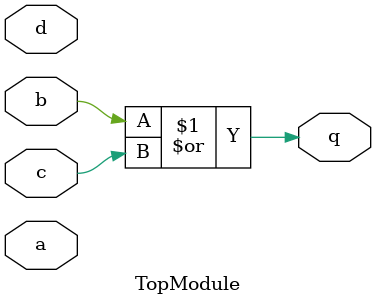
<source format=sv>

module TopModule (
  input a,
  input b,
  input c,
  input d,
  output q
);
assign q = b | c;

endmodule

</source>
